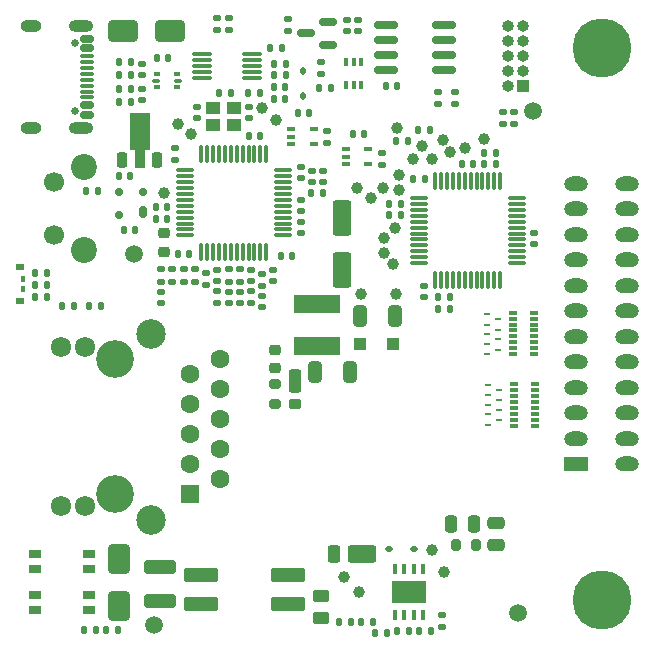
<source format=gbr>
%TF.GenerationSoftware,KiCad,Pcbnew,8.99.0-3376-g16cbb218c6*%
%TF.CreationDate,2024-12-27T08:14:29+01:00*%
%TF.ProjectId,PoE_Ethernet_GPIB_Adapter,506f455f-4574-4686-9572-6e65745f4750,rev?*%
%TF.SameCoordinates,Original*%
%TF.FileFunction,Soldermask,Top*%
%TF.FilePolarity,Negative*%
%FSLAX46Y46*%
G04 Gerber Fmt 4.6, Leading zero omitted, Abs format (unit mm)*
G04 Created by KiCad (PCBNEW 8.99.0-3376-g16cbb218c6) date 2024-12-27 08:14:29*
%MOMM*%
%LPD*%
G01*
G04 APERTURE LIST*
G04 Aperture macros list*
%AMRoundRect*
0 Rectangle with rounded corners*
0 $1 Rounding radius*
0 $2 $3 $4 $5 $6 $7 $8 $9 X,Y pos of 4 corners*
0 Add a 4 corners polygon primitive as box body*
4,1,4,$2,$3,$4,$5,$6,$7,$8,$9,$2,$3,0*
0 Add four circle primitives for the rounded corners*
1,1,$1+$1,$2,$3*
1,1,$1+$1,$4,$5*
1,1,$1+$1,$6,$7*
1,1,$1+$1,$8,$9*
0 Add four rect primitives between the rounded corners*
20,1,$1+$1,$2,$3,$4,$5,0*
20,1,$1+$1,$4,$5,$6,$7,0*
20,1,$1+$1,$6,$7,$8,$9,0*
20,1,$1+$1,$8,$9,$2,$3,0*%
%AMFreePoly0*
4,1,9,3.862500,-0.866500,0.737500,-0.866500,0.737500,-0.450000,-0.737500,-0.450000,-0.737500,0.450000,0.737500,0.450000,0.737500,0.866500,3.862500,0.866500,3.862500,-0.866500,3.862500,-0.866500,$1*%
G04 Aperture macros list end*
%ADD10RoundRect,0.075000X0.075000X-0.662500X0.075000X0.662500X-0.075000X0.662500X-0.075000X-0.662500X0*%
%ADD11RoundRect,0.075000X0.662500X-0.075000X0.662500X0.075000X-0.662500X0.075000X-0.662500X-0.075000X0*%
%ADD12C,1.000000*%
%ADD13RoundRect,0.135000X0.185000X-0.135000X0.185000X0.135000X-0.185000X0.135000X-0.185000X-0.135000X0*%
%ADD14C,0.650000*%
%ADD15RoundRect,0.150000X-0.425000X0.150000X-0.425000X-0.150000X0.425000X-0.150000X0.425000X0.150000X0*%
%ADD16RoundRect,0.075000X-0.500000X0.075000X-0.500000X-0.075000X0.500000X-0.075000X0.500000X0.075000X0*%
%ADD17O,2.100000X1.000000*%
%ADD18O,1.800000X1.000000*%
%ADD19R,0.780000X0.550000*%
%ADD20R,0.340000X0.550000*%
%ADD21RoundRect,0.135000X-0.135000X-0.185000X0.135000X-0.185000X0.135000X0.185000X-0.135000X0.185000X0*%
%ADD22RoundRect,0.140000X0.170000X-0.140000X0.170000X0.140000X-0.170000X0.140000X-0.170000X-0.140000X0*%
%ADD23RoundRect,0.135000X0.135000X0.185000X-0.135000X0.185000X-0.135000X-0.185000X0.135000X-0.185000X0*%
%ADD24R,1.000000X0.800000*%
%ADD25RoundRect,0.218750X-0.256250X0.218750X-0.256250X-0.218750X0.256250X-0.218750X0.256250X0.218750X0*%
%ADD26RoundRect,0.140000X0.140000X0.170000X-0.140000X0.170000X-0.140000X-0.170000X0.140000X-0.170000X0*%
%ADD27RoundRect,0.075000X-0.662500X-0.075000X0.662500X-0.075000X0.662500X0.075000X-0.662500X0.075000X0*%
%ADD28RoundRect,0.075000X-0.075000X-0.662500X0.075000X-0.662500X0.075000X0.662500X-0.075000X0.662500X0*%
%ADD29C,1.500000*%
%ADD30RoundRect,0.250000X-0.475000X0.250000X-0.475000X-0.250000X0.475000X-0.250000X0.475000X0.250000X0*%
%ADD31RoundRect,0.100000X-0.225000X-0.100000X0.225000X-0.100000X0.225000X0.100000X-0.225000X0.100000X0*%
%ADD32R,1.000000X1.000000*%
%ADD33O,1.000000X1.000000*%
%ADD34RoundRect,0.250000X0.550000X-1.250000X0.550000X1.250000X-0.550000X1.250000X-0.550000X-1.250000X0*%
%ADD35RoundRect,0.112500X-0.187500X-0.112500X0.187500X-0.112500X0.187500X0.112500X-0.187500X0.112500X0*%
%ADD36RoundRect,0.250000X0.250000X0.475000X-0.250000X0.475000X-0.250000X-0.475000X0.250000X-0.475000X0*%
%ADD37RoundRect,0.100000X-0.100000X0.225000X-0.100000X-0.225000X0.100000X-0.225000X0.100000X0.225000X0*%
%ADD38RoundRect,0.200000X0.275000X-0.200000X0.275000X0.200000X-0.275000X0.200000X-0.275000X-0.200000X0*%
%ADD39RoundRect,0.150000X0.825000X0.150000X-0.825000X0.150000X-0.825000X-0.150000X0.825000X-0.150000X0*%
%ADD40RoundRect,0.140000X-0.140000X-0.170000X0.140000X-0.170000X0.140000X0.170000X-0.140000X0.170000X0*%
%ADD41RoundRect,0.140000X-0.170000X0.140000X-0.170000X-0.140000X0.170000X-0.140000X0.170000X0.140000X0*%
%ADD42RoundRect,0.087500X-0.725000X-0.087500X0.725000X-0.087500X0.725000X0.087500X-0.725000X0.087500X0*%
%ADD43C,3.200000*%
%ADD44RoundRect,0.250000X-0.550000X0.550000X-0.550000X-0.550000X0.550000X-0.550000X0.550000X0.550000X0*%
%ADD45C,1.600000*%
%ADD46C,1.720000*%
%ADD47C,2.500000*%
%ADD48R,0.800000X0.300000*%
%ADD49C,1.700000*%
%ADD50C,2.200000*%
%ADD51RoundRect,0.075000X-0.075000X0.362500X-0.075000X-0.362500X0.075000X-0.362500X0.075000X0.362500X0*%
%ADD52R,3.000000X1.980000*%
%ADD53RoundRect,0.112500X-0.112500X0.187500X-0.112500X-0.187500X0.112500X-0.187500X0.112500X0.187500X0*%
%ADD54RoundRect,0.250000X-0.950000X-0.500000X0.950000X-0.500000X0.950000X0.500000X-0.950000X0.500000X0*%
%ADD55RoundRect,0.250000X-0.275000X-0.500000X0.275000X-0.500000X0.275000X0.500000X-0.275000X0.500000X0*%
%ADD56RoundRect,0.225000X0.250000X-0.225000X0.250000X0.225000X-0.250000X0.225000X-0.250000X-0.225000X0*%
%ADD57R,4.000000X1.500000*%
%ADD58R,1.150000X1.000000*%
%ADD59RoundRect,0.250000X0.300000X-0.750000X0.300000X0.750000X-0.300000X0.750000X-0.300000X-0.750000X0*%
%ADD60RoundRect,0.200000X0.350000X-0.200000X0.350000X0.200000X-0.350000X0.200000X-0.350000X-0.200000X0*%
%ADD61RoundRect,0.250000X-0.650000X1.000000X-0.650000X-1.000000X0.650000X-1.000000X0.650000X1.000000X0*%
%ADD62RoundRect,0.060000X1.365000X-0.540000X1.365000X0.540000X-1.365000X0.540000X-1.365000X-0.540000X0*%
%ADD63R,0.600000X0.200000*%
%ADD64RoundRect,0.250000X-0.325000X-0.650000X0.325000X-0.650000X0.325000X0.650000X-0.325000X0.650000X0*%
%ADD65RoundRect,0.093750X-0.156250X-0.093750X0.156250X-0.093750X0.156250X0.093750X-0.156250X0.093750X0*%
%ADD66RoundRect,0.075000X-0.250000X-0.075000X0.250000X-0.075000X0.250000X0.075000X-0.250000X0.075000X0*%
%ADD67R,2.000000X1.270000*%
%ADD68O,2.000000X1.270000*%
%ADD69C,5.000000*%
%ADD70RoundRect,0.175000X0.175000X0.325000X-0.175000X0.325000X-0.175000X-0.325000X0.175000X-0.325000X0*%
%ADD71RoundRect,0.150000X0.200000X0.150000X-0.200000X0.150000X-0.200000X-0.150000X0.200000X-0.150000X0*%
%ADD72RoundRect,0.135000X-0.185000X0.135000X-0.185000X-0.135000X0.185000X-0.135000X0.185000X0.135000X0*%
%ADD73RoundRect,0.200000X0.200000X0.275000X-0.200000X0.275000X-0.200000X-0.275000X0.200000X-0.275000X0*%
%ADD74RoundRect,0.250000X-0.450000X0.262500X-0.450000X-0.262500X0.450000X-0.262500X0.450000X0.262500X0*%
%ADD75RoundRect,0.225000X0.225000X-0.425000X0.225000X0.425000X-0.225000X0.425000X-0.225000X-0.425000X0*%
%ADD76FreePoly0,90.000000*%
%ADD77RoundRect,0.250000X-0.300000X-0.300000X0.300000X-0.300000X0.300000X0.300000X-0.300000X0.300000X0*%
%ADD78RoundRect,0.250000X1.000000X0.650000X-1.000000X0.650000X-1.000000X-0.650000X1.000000X-0.650000X0*%
%ADD79RoundRect,0.150000X0.587500X0.150000X-0.587500X0.150000X-0.587500X-0.150000X0.587500X-0.150000X0*%
%ADD80RoundRect,0.250000X-1.100000X0.325000X-1.100000X-0.325000X1.100000X-0.325000X1.100000X0.325000X0*%
G04 APERTURE END LIST*
D10*
%TO.C,U3*%
X-14700000Y6087500D03*
X-14200000Y6087500D03*
X-13700000Y6087500D03*
X-13200000Y6087500D03*
X-12700000Y6087500D03*
X-12200000Y6087500D03*
X-11700000Y6087500D03*
X-11200000Y6087500D03*
X-10700000Y6087500D03*
X-10200000Y6087500D03*
X-9700000Y6087500D03*
X-9200000Y6087500D03*
D11*
X-7787500Y7500000D03*
X-7787500Y8000000D03*
X-7787500Y8500000D03*
X-7787500Y9000000D03*
X-7787500Y9500000D03*
X-7787500Y10000000D03*
X-7787500Y10500000D03*
X-7787500Y11000000D03*
X-7787500Y11500000D03*
X-7787500Y12000000D03*
X-7787500Y12500000D03*
X-7787500Y13000000D03*
D10*
X-9200000Y14412500D03*
X-9700000Y14412500D03*
X-10200000Y14412500D03*
X-10700000Y14412500D03*
X-11200000Y14412500D03*
X-11700000Y14412500D03*
X-12200000Y14412500D03*
X-12700000Y14412500D03*
X-13200000Y14412500D03*
X-13700000Y14412500D03*
X-14200000Y14412500D03*
X-14700000Y14412500D03*
D11*
X-16112500Y13000000D03*
X-16112500Y12500000D03*
X-16112500Y12000000D03*
X-16112500Y11500000D03*
X-16112500Y11000000D03*
X-16112500Y10500000D03*
X-16112500Y10000000D03*
X-16112500Y9500000D03*
X-16112500Y9000000D03*
X-16112500Y8500000D03*
X-16112500Y8000000D03*
X-16112500Y7500000D03*
%TD*%
D12*
%TO.C,TP8*%
X3200000Y13940000D03*
%TD*%
D13*
%TO.C,R32*%
X-16199998Y3590000D03*
X-16199998Y4610000D03*
%TD*%
D14*
%TO.C,J3*%
X-25420000Y23815000D03*
X-25420000Y18035000D03*
D15*
X-24345000Y24125000D03*
X-24345000Y23325000D03*
D16*
X-24345000Y22175000D03*
X-24345000Y21175000D03*
X-24345000Y20675000D03*
X-24345000Y19675000D03*
D15*
X-24345000Y18525000D03*
X-24345000Y17725000D03*
X-24345000Y17725000D03*
X-24345000Y18525000D03*
D16*
X-24345000Y19175000D03*
X-24345000Y20175000D03*
X-24345000Y21675000D03*
X-24345000Y22675000D03*
D15*
X-24345000Y23325000D03*
X-24345000Y24125000D03*
D17*
X-24920000Y25245000D03*
D18*
X-29100000Y25245000D03*
D17*
X-24920000Y16605000D03*
D18*
X-29100000Y16605000D03*
%TD*%
D19*
%TO.C,D5*%
X-30037500Y4827500D03*
D20*
X-29817500Y3827500D03*
X-29817500Y2977500D03*
D19*
X-30037500Y1977500D03*
%TD*%
D21*
%TO.C,R19*%
X-28785000Y2300000D03*
X-27765000Y2300000D03*
%TD*%
D22*
%TO.C,C10*%
X-2400000Y24770000D03*
X-2400000Y25730000D03*
%TD*%
D23*
%TO.C,R23*%
X4210000Y12300000D03*
X3190000Y12300000D03*
%TD*%
D24*
%TO.C,D6*%
X-24200000Y-20760000D03*
X-24200000Y-19490000D03*
X-28800000Y-19490000D03*
X-28800000Y-20760000D03*
%TD*%
D13*
%TO.C,R40*%
X-18100000Y3590000D03*
X-18100000Y4610000D03*
%TD*%
D12*
%TO.C,TP13*%
X5750000Y15600000D03*
%TD*%
D25*
%TO.C,FB1*%
X-17899998Y7687500D03*
X-17899998Y6112500D03*
%TD*%
D26*
%TO.C,C1*%
X980000Y-26150000D03*
X20000Y-26150000D03*
%TD*%
D22*
%TO.C,C31*%
X-10500000Y3620000D03*
X-10500000Y4580000D03*
%TD*%
D27*
%TO.C,U2*%
X3687500Y10650000D03*
X3687500Y10150000D03*
X3687500Y9650000D03*
X3687500Y9150000D03*
X3687500Y8650000D03*
X3687500Y8150000D03*
X3687500Y7650000D03*
X3687500Y7150000D03*
X3687500Y6650000D03*
X3687500Y6150000D03*
X3687500Y5650000D03*
X3687500Y5150000D03*
D28*
X5100000Y3737500D03*
X5600000Y3737500D03*
X6100000Y3737500D03*
X6600000Y3737500D03*
X7100000Y3737500D03*
X7600000Y3737500D03*
X8100000Y3737500D03*
X8600000Y3737500D03*
X9100000Y3737500D03*
X9600000Y3737500D03*
X10100000Y3737500D03*
X10600000Y3737500D03*
D27*
X12012500Y5150000D03*
X12012500Y5650000D03*
X12012500Y6150000D03*
X12012500Y6650000D03*
X12012500Y7150000D03*
X12012500Y7650000D03*
X12012500Y8150000D03*
X12012500Y8650000D03*
X12012500Y9150000D03*
X12012500Y9650000D03*
X12012500Y10150000D03*
X12012500Y10650000D03*
D28*
X10600000Y12062500D03*
X10100000Y12062500D03*
X9600000Y12062500D03*
X9100000Y12062500D03*
X8600000Y12062500D03*
X8100000Y12062500D03*
X7600000Y12062500D03*
X7100000Y12062500D03*
X6600000Y12062500D03*
X6100000Y12062500D03*
X5600000Y12062500D03*
X5100000Y12062500D03*
%TD*%
D29*
%TO.C,FID8*%
X-18750000Y-25525000D03*
%TD*%
D12*
%TO.C,TP18*%
X-1500000Y11550000D03*
%TD*%
D30*
%TO.C,C58*%
X10225000Y-16850000D03*
X10225000Y-18750000D03*
%TD*%
D31*
%TO.C,U8*%
X-2450000Y14800000D03*
X-2450000Y14150000D03*
X-2450000Y13500000D03*
X-550000Y13500000D03*
X-550000Y14800000D03*
%TD*%
D12*
%TO.C,TP7*%
X4800000Y13940000D03*
%TD*%
D21*
%TO.C,R21*%
X-28785000Y3300000D03*
X-27765000Y3300000D03*
%TD*%
D12*
%TO.C,TP3*%
X775000Y7275000D03*
%TD*%
D32*
%TO.C,J4*%
X12575000Y20150000D03*
D33*
X11305000Y20150000D03*
X12575000Y21420000D03*
X11305000Y21420000D03*
X12575000Y22690000D03*
X11305000Y22690000D03*
X12575000Y23960000D03*
X11305000Y23960000D03*
X12575000Y25230000D03*
X11305000Y25230000D03*
%TD*%
D26*
%TO.C,C23*%
X-20320000Y7937500D03*
X-21280000Y7937500D03*
%TD*%
D34*
%TO.C,C61*%
X-2800000Y4550000D03*
X-2800000Y8950000D03*
%TD*%
D26*
%TO.C,C37*%
X-9745000Y15950000D03*
X-10705000Y15950000D03*
%TD*%
D35*
%TO.C,D10*%
X1200000Y-19050000D03*
X3300000Y-19050000D03*
%TD*%
D36*
%TO.C,C57*%
X8350000Y-16900000D03*
X6450000Y-16900000D03*
%TD*%
D37*
%TO.C,Q2*%
X-1150000Y22150000D03*
X-1800000Y22150000D03*
X-2450000Y22150000D03*
X-2450000Y20250000D03*
X-1800000Y20250000D03*
X-1150000Y20250000D03*
%TD*%
D12*
%TO.C,TP4*%
X725000Y6025000D03*
%TD*%
D13*
%TO.C,R39*%
X-17149996Y3590000D03*
X-17149996Y4610000D03*
%TD*%
D38*
%TO.C,R51*%
X-8500000Y-6775000D03*
X-8500000Y-5125000D03*
%TD*%
D22*
%TO.C,C24*%
X-4400000Y12020000D03*
X-4400000Y12980000D03*
%TD*%
D12*
%TO.C,TP15*%
X2050000Y12590000D03*
%TD*%
D39*
%TO.C,U4*%
X5875000Y21495000D03*
X5875000Y22765000D03*
X5875000Y24035000D03*
X5875000Y25305000D03*
X925000Y25305000D03*
X925000Y24035000D03*
X925000Y22765000D03*
X925000Y21495000D03*
%TD*%
D40*
%TO.C,C20*%
X-1880000Y16050000D03*
X-920000Y16050000D03*
%TD*%
D41*
%TO.C,C17*%
X-10649998Y18380000D03*
X-10649998Y17420000D03*
%TD*%
%TO.C,C3*%
X-19700000Y19930000D03*
X-19700000Y18970000D03*
%TD*%
D13*
%TO.C,R24*%
X600000Y13490000D03*
X600000Y14510000D03*
%TD*%
%TO.C,R6*%
X5700000Y-25660000D03*
X5700000Y-24640000D03*
%TD*%
D12*
%TO.C,TP10*%
X-1200000Y2500000D03*
%TD*%
%TO.C,TP9*%
X3950000Y15100000D03*
%TD*%
D21*
%TO.C,R5*%
X3740000Y-26000000D03*
X4760000Y-26000000D03*
%TD*%
D29*
%TO.C,FID6*%
X-20425000Y5900000D03*
%TD*%
D41*
%TO.C,C39*%
X-12400000Y2730000D03*
X-12400000Y1770000D03*
%TD*%
D40*
%TO.C,C19*%
X-6530000Y17825000D03*
X-5570000Y17825000D03*
%TD*%
D13*
%TO.C,R38*%
X-14299998Y3290000D03*
X-14299998Y4310000D03*
%TD*%
D12*
%TO.C,TP2*%
X1700000Y8100000D03*
%TD*%
D21*
%TO.C,R29*%
X-26460000Y1550000D03*
X-25440000Y1550000D03*
%TD*%
D22*
%TO.C,C29*%
X-16900000Y13920000D03*
X-16900000Y14880000D03*
%TD*%
D13*
%TO.C,R34*%
X-12400000Y3590000D03*
X-12400000Y4610000D03*
%TD*%
D42*
%TO.C,U6*%
X-14662500Y22850000D03*
X-14662500Y22350000D03*
X-14662500Y21850000D03*
X-14662500Y21350000D03*
X-14662500Y20850000D03*
X-10437500Y20850000D03*
X-10437500Y21350000D03*
X-10437500Y21850000D03*
X-10437500Y22350000D03*
X-10437500Y22850000D03*
%TD*%
D26*
%TO.C,C5*%
X-7595000Y20100000D03*
X-8555000Y20100000D03*
%TD*%
D21*
%TO.C,R18*%
X-24485000Y11225000D03*
X-23465000Y11225000D03*
%TD*%
%TO.C,R11*%
X-21710000Y21100000D03*
X-20690000Y21100000D03*
%TD*%
D43*
%TO.C,J1*%
X-21985000Y-14415000D03*
X-21985000Y-2985000D03*
D44*
X-15635000Y-14415000D03*
D45*
X-13095000Y-13145000D03*
X-15635000Y-11875000D03*
X-13095000Y-10605000D03*
X-15635000Y-9335000D03*
X-13095000Y-8065000D03*
X-15635000Y-6795000D03*
X-13095000Y-5525000D03*
X-15635000Y-4255000D03*
X-13095000Y-2985000D03*
D46*
X-24525000Y-15425000D03*
X-26555000Y-15425000D03*
X-24525000Y-1975000D03*
X-26555000Y-1975000D03*
D47*
X-18935000Y-16575000D03*
X-18935000Y-825000D03*
%TD*%
D12*
%TO.C,TP17*%
X-350000Y10650000D03*
%TD*%
D48*
%TO.C,RN1*%
X13575000Y-8625000D03*
X13575000Y-8125000D03*
X13575000Y-7625000D03*
X13575000Y-7125000D03*
X13575000Y-6625000D03*
X13575000Y-6125000D03*
X13575000Y-5625000D03*
X13575000Y-5125000D03*
X11775000Y-5125000D03*
X11775000Y-5625000D03*
X11775000Y-6125000D03*
X11775000Y-6625000D03*
X11775000Y-7125000D03*
X11775000Y-7625000D03*
X11775000Y-8125000D03*
X11775000Y-8625000D03*
%TD*%
D49*
%TO.C,SW1*%
X-27175000Y7550000D03*
X-27175000Y12050000D03*
D50*
X-24675000Y6300000D03*
X-24675000Y13300000D03*
%TD*%
D40*
%TO.C,C13*%
X7370000Y13550000D03*
X8330000Y13550000D03*
%TD*%
D23*
%TO.C,R4*%
X2860000Y-26000000D03*
X1840000Y-26000000D03*
%TD*%
D13*
%TO.C,R56*%
X10800000Y16890000D03*
X10800000Y17910000D03*
%TD*%
D40*
%TO.C,C14*%
X920000Y20150000D03*
X1880000Y20150000D03*
%TD*%
D13*
%TO.C,R36*%
X-13349998Y1740000D03*
X-13349998Y2760000D03*
%TD*%
D22*
%TO.C,C63*%
X-13400000Y24920000D03*
X-13400000Y25880000D03*
%TD*%
D51*
%TO.C,U1*%
X4094856Y-20762500D03*
X3294856Y-20762500D03*
X2494856Y-20762500D03*
X1694856Y-20762500D03*
X1694856Y-24637500D03*
X2494856Y-24637500D03*
X3294856Y-24637500D03*
X4094856Y-24637500D03*
D52*
X2894856Y-22700000D03*
%TD*%
D41*
%TO.C,C38*%
X-11450000Y2730000D03*
X-11450000Y1770000D03*
%TD*%
D53*
%TO.C,D4*%
X-6075000Y21375000D03*
X-6075000Y19275000D03*
%TD*%
D12*
%TO.C,TP5*%
X1550000Y5100000D03*
%TD*%
D22*
%TO.C,C9*%
X-1450000Y24770000D03*
X-1450000Y25730000D03*
%TD*%
D54*
%TO.C,D9*%
X-1100000Y-19450000D03*
D55*
X-3475000Y-19450000D03*
%TD*%
D22*
%TO.C,C2*%
X-19750000Y21070000D03*
X-19750000Y22030000D03*
%TD*%
D56*
%TO.C,C56*%
X-8500000Y-3725000D03*
X-8500000Y-2175000D03*
%TD*%
D12*
%TO.C,TP6*%
X-9525000Y18275000D03*
%TD*%
D23*
%TO.C,R43*%
X-23640000Y-25900000D03*
X-24660000Y-25900000D03*
%TD*%
%TO.C,R16*%
X-3690000Y20000000D03*
X-4710000Y20000000D03*
%TD*%
D57*
%TO.C,L2*%
X-4900000Y-1900000D03*
X-4900000Y1700000D03*
%TD*%
D48*
%TO.C,RN2*%
X13505002Y-2550000D03*
X13505002Y-2050000D03*
X13505002Y-1550000D03*
X13505002Y-1050000D03*
X13505002Y-550000D03*
X13505002Y-50000D03*
X13505002Y450000D03*
X13505002Y950000D03*
X11705002Y950000D03*
X11705002Y450000D03*
X11705002Y-50000D03*
X11705002Y-550000D03*
X11705002Y-1050000D03*
X11705002Y-1550000D03*
X11705002Y-2050000D03*
X11705002Y-2550000D03*
%TD*%
D29*
%TO.C,FID2*%
X13400000Y18000000D03*
%TD*%
D58*
%TO.C,Y1*%
X-11975000Y18250000D03*
X-13725000Y18250000D03*
X-13725000Y16850000D03*
X-11975000Y16850000D03*
%TD*%
D12*
%TO.C,TP23*%
X9200000Y15700000D03*
%TD*%
D26*
%TO.C,C27*%
X-17569998Y8900000D03*
X-18529998Y8900000D03*
%TD*%
D23*
%TO.C,R17*%
X2760000Y15450000D03*
X1740000Y15450000D03*
%TD*%
D40*
%TO.C,C16*%
X5370000Y1300000D03*
X6330000Y1300000D03*
%TD*%
D59*
%TO.C,D11*%
X-6800000Y-4850000D03*
D60*
X-6800000Y-6750000D03*
%TD*%
D12*
%TO.C,TP21*%
X-16700000Y16900000D03*
%TD*%
D40*
%TO.C,C21*%
X-5380000Y11100000D03*
X-4420000Y11100000D03*
%TD*%
D61*
%TO.C,D8*%
X-21650000Y-19900000D03*
X-21650000Y-23900000D03*
%TD*%
D12*
%TO.C,TP25*%
X-2600000Y-21425000D03*
%TD*%
%TO.C,TP12*%
X6375000Y14525000D03*
%TD*%
%TO.C,TP28*%
X1825000Y16625000D03*
%TD*%
D31*
%TO.C,U7*%
X-7100000Y16500000D03*
X-7100000Y15850000D03*
X-7100000Y15200000D03*
X-5200000Y15200000D03*
X-5200000Y16500000D03*
%TD*%
D62*
%TO.C,L1*%
X-14725000Y-21250000D03*
X-7375000Y-21250000D03*
X-7375000Y-23750000D03*
X-14725000Y-23750000D03*
%TD*%
D41*
%TO.C,C22*%
X-6300000Y13305000D03*
X-6300000Y12345000D03*
%TD*%
D63*
%TO.C,D2*%
X9502502Y822500D03*
X9502502Y-77500D03*
X9502502Y-877500D03*
X9502502Y-1677500D03*
X9502502Y-2577500D03*
X10452502Y-2177500D03*
X10452502Y-1277500D03*
X10452502Y-477500D03*
X10452502Y422500D03*
%TD*%
D64*
%TO.C,C60*%
X-1275000Y650000D03*
X1675000Y650000D03*
%TD*%
D21*
%TO.C,R20*%
X-28785000Y4300000D03*
X-27765000Y4300000D03*
%TD*%
D41*
%TO.C,C33*%
X-6300000Y10480000D03*
X-6300000Y9520000D03*
%TD*%
D24*
%TO.C,D7*%
X-24200000Y-24260000D03*
X-24200000Y-22990000D03*
X-28800000Y-22990000D03*
X-28800000Y-24260000D03*
%TD*%
D40*
%TO.C,C30*%
X-7955000Y5750000D03*
X-6995000Y5750000D03*
%TD*%
D65*
%TO.C,U5*%
X-18450000Y21137500D03*
D66*
X-18525000Y20600000D03*
D65*
X-18450000Y20062500D03*
X-16750000Y20062500D03*
D66*
X-16675000Y20600000D03*
D65*
X-16750000Y21137500D03*
%TD*%
D67*
%TO.C,J2*%
X17055000Y-11880000D03*
D68*
X17055000Y-9720000D03*
X17055000Y-7560000D03*
X17055000Y-5400000D03*
X17055000Y-3240000D03*
X17055000Y-1080000D03*
X17055000Y1080000D03*
X17055000Y3240000D03*
X17055000Y5400000D03*
X17055000Y7560000D03*
X17055000Y9720000D03*
X17055000Y11880000D03*
X21345000Y-11880000D03*
X21345000Y-9720000D03*
X21345000Y-7560000D03*
X21345000Y-5400000D03*
X21345000Y-3240000D03*
X21345000Y-1080000D03*
X21345000Y1080000D03*
X21345000Y3240000D03*
X21345000Y5400000D03*
X21345000Y7560000D03*
X21345000Y9720000D03*
X21345000Y11880000D03*
D69*
X19200000Y-23400000D03*
X19200000Y23400000D03*
%TD*%
D70*
%TO.C,U9*%
X-19650000Y9437500D03*
D71*
X-19650000Y11137500D03*
X-21650000Y11137500D03*
X-21650000Y9237500D03*
%TD*%
D40*
%TO.C,C6*%
X-8555000Y19050000D03*
X-7595000Y19050000D03*
%TD*%
D21*
%TO.C,R1*%
X-1160000Y-25200000D03*
X-140000Y-25200000D03*
%TD*%
D72*
%TO.C,R28*%
X-9550000Y4260000D03*
X-9550000Y3240000D03*
%TD*%
D73*
%TO.C,R52*%
X8525000Y-18725000D03*
X6875000Y-18725000D03*
%TD*%
D21*
%TO.C,R22*%
X-13210000Y19550000D03*
X-12190000Y19550000D03*
%TD*%
%TO.C,R10*%
X-21660000Y19900000D03*
X-20640000Y19900000D03*
%TD*%
D40*
%TO.C,C25*%
X-16679998Y5900000D03*
X-15719998Y5900000D03*
%TD*%
D12*
%TO.C,TP16*%
X2050000Y11340000D03*
%TD*%
D74*
%TO.C,R2*%
X-4550000Y-23037500D03*
X-4550000Y-24862500D03*
%TD*%
D21*
%TO.C,R31*%
X9240000Y13550000D03*
X10260000Y13550000D03*
%TD*%
D22*
%TO.C,C36*%
X-13350000Y3620000D03*
X-13350000Y4580000D03*
%TD*%
D12*
%TO.C,TP11*%
X1750000Y2500000D03*
%TD*%
D26*
%TO.C,C26*%
X-17569998Y9900000D03*
X-18529998Y9900000D03*
%TD*%
D72*
%TO.C,R15*%
X-4600000Y22160000D03*
X-4600000Y21140000D03*
%TD*%
D13*
%TO.C,R55*%
X11800000Y16890000D03*
X11800000Y17910000D03*
%TD*%
D22*
%TO.C,C64*%
X-12400000Y24920000D03*
X-12400000Y25880000D03*
%TD*%
D23*
%TO.C,R7*%
X4660000Y16450000D03*
X3640000Y16450000D03*
%TD*%
D40*
%TO.C,C4*%
X-8855000Y23325000D03*
X-7895000Y23325000D03*
%TD*%
D21*
%TO.C,R3*%
X-3060000Y-25200000D03*
X-2040000Y-25200000D03*
%TD*%
D41*
%TO.C,C34*%
X-5350000Y12980000D03*
X-5350000Y12020000D03*
%TD*%
D23*
%TO.C,R13*%
X-20690000Y22200000D03*
X-21710000Y22200000D03*
%TD*%
%TO.C,R14*%
X-20640000Y18750000D03*
X-21660000Y18750000D03*
%TD*%
D13*
%TO.C,R37*%
X-10499998Y1740000D03*
X-10499998Y2760000D03*
%TD*%
D12*
%TO.C,TP20*%
X-15550000Y16050000D03*
%TD*%
D13*
%TO.C,R27*%
X-4050000Y15340000D03*
X-4050000Y16360000D03*
%TD*%
D22*
%TO.C,C18*%
X-15049998Y17420000D03*
X-15049998Y18380000D03*
%TD*%
D75*
%TO.C,U10*%
X-21412500Y13900000D03*
D76*
X-19912500Y13987500D03*
D75*
X-18412500Y13900000D03*
%TD*%
D21*
%TO.C,R30*%
X-24210000Y1550000D03*
X-23190000Y1550000D03*
%TD*%
D12*
%TO.C,TP24*%
X4800000Y-19125000D03*
%TD*%
D13*
%TO.C,R54*%
X5300000Y18590000D03*
X5300000Y19610000D03*
%TD*%
D63*
%TO.C,D1*%
X9572500Y-5152500D03*
X9572500Y-6052500D03*
X9572500Y-6852500D03*
X9572500Y-7652500D03*
X9572500Y-8552500D03*
X10522500Y-8152500D03*
X10522500Y-7252500D03*
X10522500Y-6452500D03*
X10522500Y-5552500D03*
%TD*%
D64*
%TO.C,C59*%
X-5075000Y-4050000D03*
X-2125000Y-4050000D03*
%TD*%
D22*
%TO.C,C41*%
X-18100000Y1770000D03*
X-18100000Y2730000D03*
%TD*%
%TO.C,C32*%
X-6300000Y7670000D03*
X-6300000Y8630000D03*
%TD*%
D77*
%TO.C,D12*%
X-1300000Y-1700000D03*
X1500000Y-1700000D03*
%TD*%
D12*
%TO.C,TP22*%
X-17900000Y11100000D03*
%TD*%
%TO.C,TP26*%
X5850000Y-21000000D03*
%TD*%
D23*
%TO.C,R25*%
X2210000Y10190000D03*
X1190000Y10190000D03*
%TD*%
%TO.C,R42*%
X-7565000Y22050000D03*
X-8585000Y22050000D03*
%TD*%
D12*
%TO.C,TP1*%
X-8350000Y17225000D03*
%TD*%
D26*
%TO.C,C11*%
X6330000Y2250000D03*
X5370000Y2250000D03*
%TD*%
%TO.C,C28*%
X-20732500Y12500000D03*
X-21692500Y12500000D03*
%TD*%
D12*
%TO.C,TP19*%
X650000Y11540000D03*
%TD*%
D29*
%TO.C,FID4*%
X12150000Y-24450000D03*
%TD*%
D78*
%TO.C,D3*%
X-17325000Y24800000D03*
X-21325000Y24800000D03*
%TD*%
D21*
%TO.C,R41*%
X-8585000Y21100000D03*
X-7565000Y21100000D03*
%TD*%
D22*
%TO.C,C8*%
X-7400000Y24820000D03*
X-7400000Y25780000D03*
%TD*%
D12*
%TO.C,TP14*%
X7650000Y14925000D03*
%TD*%
D26*
%TO.C,C7*%
X-17520000Y22475000D03*
X-18480000Y22475000D03*
%TD*%
D13*
%TO.C,R35*%
X-11450000Y3590000D03*
X-11450000Y4610000D03*
%TD*%
D23*
%TO.C,R12*%
X-9740000Y19575000D03*
X-10760000Y19575000D03*
%TD*%
%TO.C,R26*%
X2210000Y9190000D03*
X1190000Y9190000D03*
%TD*%
D13*
%TO.C,R53*%
X6800000Y18590000D03*
X6800000Y19610000D03*
%TD*%
D21*
%TO.C,R45*%
X-22760000Y-25900000D03*
X-21740000Y-25900000D03*
%TD*%
D13*
%TO.C,R33*%
X-15249998Y3590000D03*
X-15249998Y4610000D03*
%TD*%
D40*
%TO.C,C62*%
X9270000Y14500000D03*
X10230000Y14500000D03*
%TD*%
D41*
%TO.C,C12*%
X13500000Y7730000D03*
X13500000Y6770000D03*
%TD*%
D12*
%TO.C,TP27*%
X-1375000Y-22675000D03*
%TD*%
D79*
%TO.C,Q1*%
X-3952500Y23650000D03*
X-3952500Y25550000D03*
X-5827500Y24600000D03*
%TD*%
D22*
%TO.C,C35*%
X-8600000Y3620000D03*
X-8600000Y4580000D03*
%TD*%
D80*
%TO.C,C44*%
X-18200000Y-20550000D03*
X-18200000Y-23500000D03*
%TD*%
D41*
%TO.C,C40*%
X-9549998Y2380000D03*
X-9549998Y1420000D03*
%TD*%
D22*
%TO.C,C15*%
X4150000Y2260000D03*
X4150000Y3220000D03*
%TD*%
M02*

</source>
